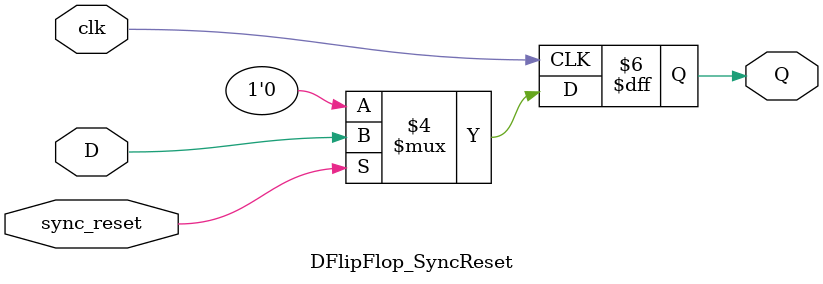
<source format=v>
module DFlipFlop_SyncReset(D,clk,sync_reset,Q);

	input D; 
	input clk; 
	input sync_reset;
	output reg Q; 
	
	always @(posedge clk) begin
	
		if(!sync_reset) begin
			Q <= 1'b0; 
		end else begin
			Q <= D; 
		end
		
	end
	
endmodule 
</source>
